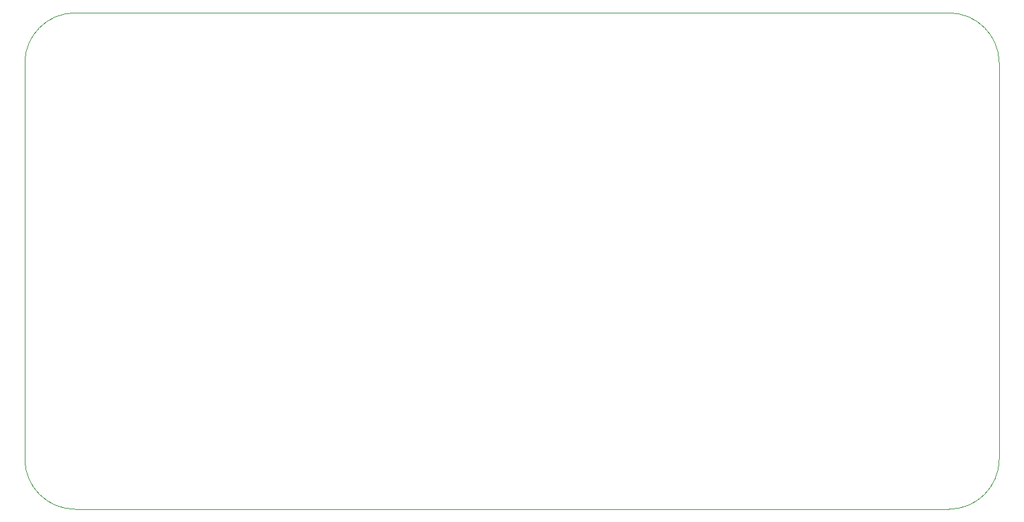
<source format=gm1>
G04 #@! TF.GenerationSoftware,KiCad,Pcbnew,7.0.9*
G04 #@! TF.CreationDate,2024-01-16T00:29:48+00:00*
G04 #@! TF.ProjectId,AryA-Macropad,41727941-2d4d-4616-9372-6f7061642e6b,1.0*
G04 #@! TF.SameCoordinates,Original*
G04 #@! TF.FileFunction,Profile,NP*
%FSLAX46Y46*%
G04 Gerber Fmt 4.6, Leading zero omitted, Abs format (unit mm)*
G04 Created by KiCad (PCBNEW 7.0.9) date 2024-01-16 00:29:48*
%MOMM*%
%LPD*%
G01*
G04 APERTURE LIST*
G04 #@! TA.AperFunction,Profile*
%ADD10C,0.100000*%
G04 #@! TD*
G04 APERTURE END LIST*
D10*
X80168750Y-57943750D02*
G75*
G03*
X73818750Y-64293750I0J-6350000D01*
G01*
X73818750Y-114300000D02*
X73818750Y-64293750D01*
X80168750Y-120650000D02*
X190500000Y-120650000D01*
X196850000Y-114300000D02*
X196850000Y-64293750D01*
X80168750Y-57943750D02*
X190500000Y-57943750D01*
X190500000Y-120650000D02*
G75*
G03*
X196850000Y-114300000I0J6350000D01*
G01*
X73818750Y-114300000D02*
G75*
G03*
X80168750Y-120650000I6350000J0D01*
G01*
X196850050Y-64293750D02*
G75*
G03*
X190500000Y-57943750I-6350050J-50D01*
G01*
M02*

</source>
